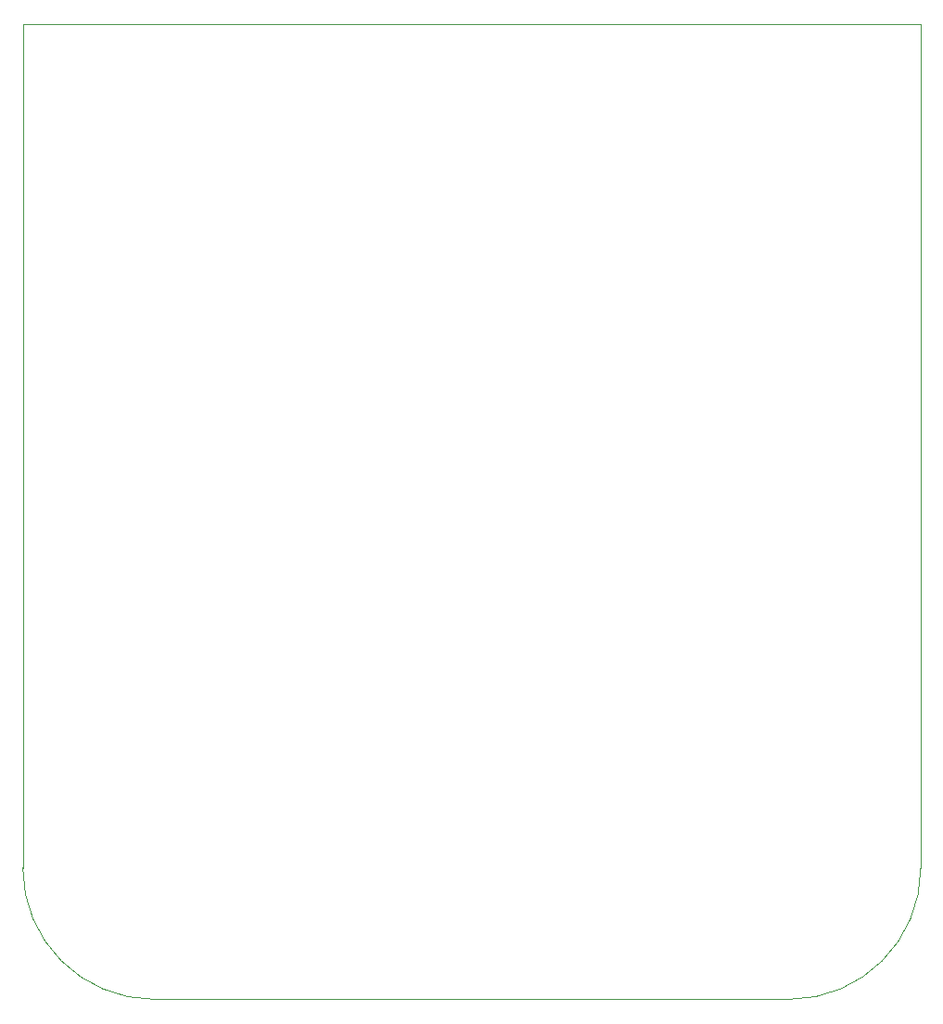
<source format=gbr>
%TF.GenerationSoftware,KiCad,Pcbnew,9.0.5*%
%TF.CreationDate,2025-12-01T20:36:29-06:00*%
%TF.ProjectId,KPad,4b506164-2e6b-4696-9361-645f70636258,rev?*%
%TF.SameCoordinates,Original*%
%TF.FileFunction,Profile,NP*%
%FSLAX46Y46*%
G04 Gerber Fmt 4.6, Leading zero omitted, Abs format (unit mm)*
G04 Created by KiCad (PCBNEW 9.0.5) date 2025-12-01 20:36:29*
%MOMM*%
%LPD*%
G01*
G04 APERTURE LIST*
%TA.AperFunction,Profile*%
%ADD10C,0.050000*%
%TD*%
G04 APERTURE END LIST*
D10*
X141000000Y-27000000D02*
X141000000Y-104000000D01*
X59000000Y-27000000D02*
X141000000Y-27000000D01*
X129000000Y-116000000D02*
X71000000Y-116000000D01*
X71000000Y-116000000D02*
G75*
G02*
X59000000Y-104000000I0J12000000D01*
G01*
X141000000Y-104000000D02*
G75*
G02*
X129000000Y-116000000I-12000000J0D01*
G01*
X59000000Y-27000000D02*
X59000000Y-104000000D01*
M02*

</source>
